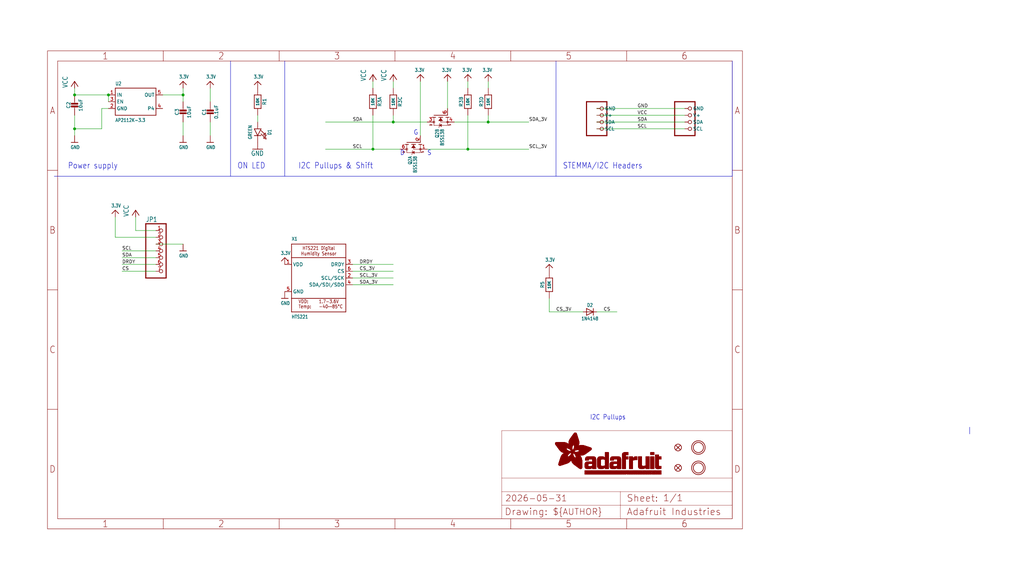
<source format=kicad_sch>
(kicad_sch (version 20230121) (generator eeschema)
  (paper "User" 383.616 217.322)
  (lib_symbols
    (symbol "working-eagle-import:3.3V" (power)
      (property "Value" "3.3V" (at -1.524 1.016 0))
      (symbol "3.3V_1_0"
        (pin power_in line (at 0 -2.54 90) (length 2.54) (name "3.3V") (number "1"))
      )
    )
    (symbol "working-eagle-import:CAP_CERAMIC0603_NO"
      (property "Reference" "C" (at -2.29 1.25 90))
      (symbol "CAP_CERAMIC0603_NO_1_0"
        (pin passive line (at 0 5.08 270) (length 2.54) (name "1") (number "1"))
        (pin passive line (at 0 -2.54 90) (length 2.54) (name "2") (number "2"))
      )
    )
    (symbol "working-eagle-import:CAP_CERAMIC0805-NOOUTLINE"
      (property "Reference" "C" (at -2.29 1.25 90))
      (symbol "CAP_CERAMIC0805-NOOUTLINE_1_0"
        (pin passive line (at 0 5.08 270) (length 2.54) (name "1") (number "1"))
        (pin passive line (at 0 -2.54 90) (length 2.54) (name "2") (number "2"))
      )
    )
    (symbol "working-eagle-import:DIODESOD-323"
      (property "Reference" "D" (at 0 2.54 0))
      (symbol "DIODESOD-323_1_0"
        (pin passive line (at -2.54 0 0) (length 2.54) (name "A") (number "A"))
        (pin passive line (at 2.54 0 180) (length 2.54) (name "C") (number "C"))
      )
    )
    (symbol "working-eagle-import:FIDUCIAL_1MM")
    (symbol "working-eagle-import:FRAME_A4_ADAFRUIT"
      (symbol "FRAME_A4_ADAFRUIT_1_0"
        (text "${#}/${##}" (at 230.505 10.16 0) (effects (font (size 2.54 2.54)) (justify left bottom)))
        (text "${AUTHOR}" (at 189.23 5.08 0) (effects (font (size 2.286 2.286)) (justify left bottom)))
        (text "${CURRENT_DATE}" (at 171.45 10.16 0) (effects (font (size 2.286 2.286)) (justify left bottom)))
        (text "${PROJECTNAME}" (at 171.45 15.24 0) (effects (font (size 2.54 2.54)) (justify left bottom)))
        (text "1" (at 21.6958 1.905 0) (effects (font (size 2.54 2.286))))
        (text "1" (at 21.6958 177.165 0) (effects (font (size 2.54 2.286))))
        (text "2" (at 65.0875 1.905 0) (effects (font (size 2.54 2.286))))
        (text "2" (at 65.0875 177.165 0) (effects (font (size 2.54 2.286))))
        (text "3" (at 108.4792 1.905 0) (effects (font (size 2.54 2.286))))
        (text "3" (at 108.4792 177.165 0) (effects (font (size 2.54 2.286))))
        (text "4" (at 151.8708 1.905 0) (effects (font (size 2.54 2.286))))
        (text "4" (at 151.8708 177.165 0) (effects (font (size 2.54 2.286))))
        (text "5" (at 195.2625 1.905 0) (effects (font (size 2.54 2.286))))
        (text "5" (at 195.2625 177.165 0) (effects (font (size 2.54 2.286))))
        (text "6" (at 238.6542 1.905 0) (effects (font (size 2.54 2.286))))
        (text "6" (at 238.6542 177.165 0) (effects (font (size 2.54 2.286))))
        (text "A" (at 1.905 156.6863 0) (effects (font (size 2.54 2.286))))
        (text "A" (at 258.445 156.6863 0) (effects (font (size 2.54 2.286))))
        (text "Adafruit Industries" (at 216.916 4.953 0) (effects (font (size 2.54 2.54)) (justify left bottom)))
        (text "B" (at 1.905 111.9188 0) (effects (font (size 2.54 2.286))))
        (text "B" (at 258.445 111.9188 0) (effects (font (size 2.54 2.286))))
        (text "C" (at 1.905 67.1513 0) (effects (font (size 2.54 2.286))))
        (text "C" (at 258.445 67.1513 0) (effects (font (size 2.54 2.286))))
        (text "D" (at 1.905 22.3838 0) (effects (font (size 2.54 2.286))))
        (text "D" (at 258.445 22.3838 0) (effects (font (size 2.54 2.286))))
        (text "Drawing:" (at 171.196 4.953 0) (effects (font (size 2.54 2.54)) (justify left bottom)))
        (text "Sheet:" (at 216.916 10.033 0) (effects (font (size 2.54 2.54)) (justify left bottom)))
      )
    )
    (symbol "working-eagle-import:GND" (power)
      (property "Value" "GND" (at -1.524 -2.54 0))
      (symbol "GND_1_0"
        (pin power_in line (at 0 2.54 270) (length 2.54) (name "GND") (number "1"))
      )
    )
    (symbol "working-eagle-import:HEADER-1X770MIL"
      (property "Reference" "JP" (at -6.35 10.795 0))
      (symbol "HEADER-1X770MIL_1_0"
        (pin passive inverted (at -2.54 7.62 0) (length 2.54) (name "1") (number "1"))
        (pin passive inverted (at -2.54 5.08 0) (length 2.54) (name "2") (number "2"))
        (pin passive inverted (at -2.54 2.54 0) (length 2.54) (name "3") (number "3"))
        (pin passive inverted (at -2.54 0 0) (length 2.54) (name "4") (number "4"))
        (pin passive inverted (at -2.54 -2.54 0) (length 2.54) (name "5") (number "5"))
        (pin passive inverted (at -2.54 -5.08 0) (length 2.54) (name "6") (number "6"))
        (pin passive inverted (at -2.54 -7.62 0) (length 2.54) (name "7") (number "7"))
      )
    )
    (symbol "working-eagle-import:HTS221"
      (property "Reference" "X" (at -10.16 13.97 0))
      (symbol "HTS221_1_0"
        (text "-40~~85°C" (at 0 -11.43 0) (effects (font (size 1.27 1.0795)) (justify left bottom)))
        (text "1.7-3.6V" (at 0 -9.525 0) (effects (font (size 1.27 1.0795)) (justify left bottom)))
        (text "HTS221 Digital\nHumidity Sensor" (at 0 10.16 0) (effects (font (size 1.27 1.0795))))
        (text "Temp:" (at -7.62 -11.43 0) (effects (font (size 1.27 1.0795)) (justify left bottom)))
        (text "VDD:" (at -7.62 -9.525 0) (effects (font (size 1.27 1.0795)) (justify left bottom)))
        (pin power_in line (at -12.7 5.08 0) (length 2.54) (name "VDD") (number "1"))
        (pin input line (at 12.7 0 180) (length 2.54) (name "SCL/SCK") (number "2"))
        (pin output line (at 12.7 5.08 180) (length 2.54) (name "DRDY") (number "3"))
        (pin output line (at 12.7 -2.54 180) (length 2.54) (name "SDA/SDI/SDO") (number "4"))
        (pin power_in line (at -12.7 -5.08 0) (length 2.54) (name "GND") (number "5"))
        (pin input line (at 12.7 2.54 180) (length 2.54) (name "CS") (number "6"))
      )
    )
    (symbol "working-eagle-import:LED0603_NOOUTLINE"
      (property "Reference" "D" (at -1.27 4.445 0))
      (symbol "LED0603_NOOUTLINE_1_0"
        (pin passive line (at -5.08 0 0) (length 2.54) (name "A") (number "A"))
        (pin passive line (at 2.54 0 180) (length 2.54) (name "C") (number "C"))
      )
    )
    (symbol "working-eagle-import:MOSFET-N_DUAL"
      (property "Reference" "Q" (at 5.08 0.635 0))
      (symbol "MOSFET-N_DUAL_1_0"
        (text "D" (at 3.175 3.175 0) (effects (font (size 0.8128 0.6908)) (justify left bottom)))
        (text "G" (at -1.27 -1.905 0) (effects (font (size 0.8128 0.6908)) (justify left bottom)))
        (text "S" (at 3.175 -3.81 0) (effects (font (size 0.8128 0.6908)) (justify left bottom)))
        (pin bidirectional line (at 2.54 -5.08 90) (length 2.54) (name "S") (number "1"))
        (pin bidirectional line (at -2.54 -2.54 0) (length 2.54) (name "G") (number "2"))
        (pin bidirectional line (at 2.54 5.08 270) (length 2.54) (name "D") (number "6"))
      )
      (symbol "MOSFET-N_DUAL_2_0"
        (text "D" (at 3.175 3.175 0) (effects (font (size 0.8128 0.6908)) (justify left bottom)))
        (text "G" (at -1.27 -1.905 0) (effects (font (size 0.8128 0.6908)) (justify left bottom)))
        (text "S" (at 3.175 -3.81 0) (effects (font (size 0.8128 0.6908)) (justify left bottom)))
        (pin bidirectional line (at 2.54 5.08 270) (length 2.54) (name "D") (number "3"))
        (pin bidirectional line (at 2.54 -5.08 90) (length 2.54) (name "S") (number "4"))
        (pin bidirectional line (at -2.54 -2.54 0) (length 2.54) (name "G") (number "5"))
      )
    )
    (symbol "working-eagle-import:MOUNTINGHOLE2.5")
    (symbol "working-eagle-import:RESISTOR_0603_NOOUT"
      (property "Reference" "R" (at 0 2.54 0))
      (symbol "RESISTOR_0603_NOOUT_1_0"
        (pin passive line (at -5.08 0 0) (length 2.54) (name "1") (number "1"))
        (pin passive line (at 5.08 0 180) (length 2.54) (name "2") (number "2"))
      )
    )
    (symbol "working-eagle-import:RESISTOR_4PACK"
      (property "Reference" "R" (at 0 2.54 0))
      (symbol "RESISTOR_4PACK_1_0"
        (pin passive line (at -5.08 0 0) (length 2.54) (name "1") (number "1"))
        (pin passive line (at 5.08 0 180) (length 2.54) (name "2") (number "8"))
      )
      (symbol "RESISTOR_4PACK_2_0"
        (pin passive line (at -5.08 0 0) (length 2.54) (name "1") (number "2"))
        (pin passive line (at 5.08 0 180) (length 2.54) (name "2") (number "7"))
      )
      (symbol "RESISTOR_4PACK_3_0"
        (pin passive line (at -5.08 0 0) (length 2.54) (name "1") (number "3"))
        (pin passive line (at 5.08 0 180) (length 2.54) (name "2") (number "6"))
      )
      (symbol "RESISTOR_4PACK_4_0"
        (pin passive line (at -5.08 0 0) (length 2.54) (name "1") (number "4"))
        (pin passive line (at 5.08 0 180) (length 2.54) (name "2") (number "5"))
      )
    )
    (symbol "working-eagle-import:STEMMA_I2C_QT"
      (symbol "STEMMA_I2C_QT_1_0"
        (pin passive inverted (at 0 5.08 0) (length 2.54) (name "GND") (number "1"))
        (pin passive inverted (at 0 2.54 0) (length 2.54) (name "V+") (number "2"))
        (pin passive inverted (at 0 0 0) (length 2.54) (name "SDA") (number "3"))
        (pin passive inverted (at 0 -2.54 0) (length 2.54) (name "SCL") (number "4"))
      )
      (symbol "STEMMA_I2C_QT_2_0"
        (pin bidirectional line (at 0 0 0) (length 5.08) (name "MT") (number "MT1"))
      )
      (symbol "STEMMA_I2C_QT_3_0"
        (pin bidirectional line (at 0 0 0) (length 5.08) (name "MT") (number "MT2"))
      )
    )
    (symbol "working-eagle-import:VCC" (power)
      (property "Value" "VCC" (at -2.54 -2.54 90))
      (symbol "VCC_1_0"
        (pin power_in line (at 0 -2.54 90) (length 2.54) (name "VCC") (number "1"))
      )
    )
    (symbol "working-eagle-import:VREG_SOT23-5"
      (property "Reference" "U" (at -7.62 6.096 0))
      (symbol "VREG_SOT23-5_1_0"
        (pin power_in line (at -10.16 2.54 0) (length 2.54) (name "IN") (number "1"))
        (pin power_in line (at -10.16 -2.54 0) (length 2.54) (name "GND") (number "2"))
        (pin input line (at -10.16 0 0) (length 2.54) (name "EN") (number "3"))
        (pin bidirectional line (at 10.16 -2.54 180) (length 2.54) (name "P4") (number "4"))
        (pin power_in line (at 10.16 2.54 180) (length 2.54) (name "OUT") (number "5"))
      )
    )
    (symbol "working-eagle-import:supply1_GND" (power)
      (property "Value" "supply1_GND" (at -2.54 -2.54 0))
      (symbol "supply1_GND_1_0"
        (pin power_in line (at 0 2.54 270) (length 2.54) (name "GND") (number "1"))
      )
    )
  )
  (junction (at 147.32 45.72))
  (junction (at 40.64 35.56))
  (junction (at 182.88 45.72))
  (junction (at 175.26 55.88))
  (junction (at 27.94 48.26))
  (junction (at 27.94 35.56))
  (junction (at 68.58 35.56))
  (junction (at 139.7 55.88))
  (wire (pts (xy 58.42 96.52) (xy 45.72 96.52)) (stroke (width 0.1524)))
  (wire (pts (xy 38.1 40.64) (xy 38.1 48.26)) (stroke (width 0.1524)))
  (wire (pts (xy 40.64 35.56) (xy 27.94 35.56)) (stroke (width 0.1524)))
  (wire (pts (xy 27.94 48.26) (xy 27.94 50.8)) (stroke (width 0.1524)))
  (wire (pts (xy 175.26 43.18) (xy 175.26 55.88)) (stroke (width 0.1524)))
  (wire (pts (xy 58.42 86.36) (xy 50.8 86.36)) (stroke (width 0.1524)))
  (wire (pts (xy 40.64 40.64) (xy 38.1 40.64)) (stroke (width 0.1524)))
  (wire (pts (xy 58.42 101.6) (xy 45.72 101.6)) (stroke (width 0.1524)))
  (wire (pts (xy 78.74 45.72) (xy 78.74 50.8)) (stroke (width 0.1524)))
  (wire (pts (xy 139.7 43.18) (xy 139.7 55.88)) (stroke (width 0.1524)))
  (wire (pts (xy 60.96 35.56) (xy 68.58 35.56)) (stroke (width 0.1524)))
  (wire (pts (xy 68.58 35.56) (xy 68.58 38.1)) (stroke (width 0.1524)))
  (wire (pts (xy 256.54 40.64) (xy 223.52 40.64)) (stroke (width 0.1524)))
  (wire (pts (xy 68.58 45.72) (xy 68.58 50.8)) (stroke (width 0.1524)))
  (polyline (pts (xy 106.68 22.86) (xy 106.68 66.04)) (stroke (width 0.1524) (type solid)))
  (wire (pts (xy 157.48 50.8) (xy 157.48 30.48)) (stroke (width 0.1524)))
  (polyline (pts (xy 274.32 22.86) (xy 274.32 66.04)) (stroke (width 0.1524) (type solid)))
  (wire (pts (xy 27.94 48.26) (xy 27.94 43.18)) (stroke (width 0.1524)))
  (polyline (pts (xy 208.28 22.86) (xy 208.28 66.04)) (stroke (width 0.1524) (type solid)))
  (wire (pts (xy 147.32 33.02) (xy 147.32 30.48)) (stroke (width 0.1524)))
  (wire (pts (xy 132.08 101.6) (xy 147.32 101.6)) (stroke (width 0.1524)))
  (wire (pts (xy 167.64 40.64) (xy 167.64 30.48)) (stroke (width 0.1524)))
  (wire (pts (xy 58.42 99.06) (xy 45.72 99.06)) (stroke (width 0.1524)))
  (wire (pts (xy 149.86 55.88) (xy 139.7 55.88)) (stroke (width 0.1524)))
  (wire (pts (xy 182.88 45.72) (xy 198.12 45.72)) (stroke (width 0.1524)))
  (wire (pts (xy 132.08 99.06) (xy 147.32 99.06)) (stroke (width 0.1524)))
  (wire (pts (xy 40.64 38.1) (xy 40.64 35.56)) (stroke (width 0.1524)))
  (wire (pts (xy 147.32 43.18) (xy 147.32 45.72)) (stroke (width 0.1524)))
  (wire (pts (xy 38.1 48.26) (xy 27.94 48.26)) (stroke (width 0.1524)))
  (wire (pts (xy 58.42 91.44) (xy 68.58 91.44)) (stroke (width 0.1524)))
  (wire (pts (xy 223.52 116.84) (xy 231.14 116.84)) (stroke (width 0.1524)))
  (wire (pts (xy 175.26 55.88) (xy 198.12 55.88)) (stroke (width 0.1524)))
  (wire (pts (xy 218.44 116.84) (xy 205.74 116.84)) (stroke (width 0.1524)))
  (wire (pts (xy 78.74 33.02) (xy 78.74 38.1)) (stroke (width 0.1524)))
  (wire (pts (xy 50.8 86.36) (xy 50.8 81.28)) (stroke (width 0.1524)))
  (wire (pts (xy 223.52 48.26) (xy 256.54 48.26)) (stroke (width 0.1524)))
  (wire (pts (xy 147.32 106.68) (xy 132.08 106.68)) (stroke (width 0.1524)))
  (wire (pts (xy 139.7 55.88) (xy 121.92 55.88)) (stroke (width 0.1524)))
  (wire (pts (xy 147.32 45.72) (xy 121.92 45.72)) (stroke (width 0.1524)))
  (wire (pts (xy 58.42 88.9) (xy 43.18 88.9)) (stroke (width 0.1524)))
  (polyline (pts (xy 363.22 162.56) (xy 363.22 160.02)) (stroke (width 0.1524) (type solid)))
  (wire (pts (xy 132.08 104.14) (xy 147.32 104.14)) (stroke (width 0.1524)))
  (wire (pts (xy 68.58 35.56) (xy 68.58 33.02)) (stroke (width 0.1524)))
  (wire (pts (xy 256.54 45.72) (xy 223.52 45.72)) (stroke (width 0.1524)))
  (polyline (pts (xy 20.32 66.04) (xy 86.36 66.04)) (stroke (width 0.1524) (type solid)))
  (wire (pts (xy 205.74 116.84) (xy 205.74 111.76)) (stroke (width 0.1524)))
  (polyline (pts (xy 106.68 66.04) (xy 208.28 66.04)) (stroke (width 0.1524) (type solid)))
  (wire (pts (xy 43.18 88.9) (xy 43.18 81.28)) (stroke (width 0.1524)))
  (wire (pts (xy 160.02 55.88) (xy 175.26 55.88)) (stroke (width 0.1524)))
  (wire (pts (xy 170.18 45.72) (xy 182.88 45.72)) (stroke (width 0.1524)))
  (wire (pts (xy 27.94 33.02) (xy 27.94 35.56)) (stroke (width 0.1524)))
  (polyline (pts (xy 208.28 66.04) (xy 274.32 66.04)) (stroke (width 0.1524) (type solid)))
  (wire (pts (xy 182.88 33.02) (xy 182.88 30.48)) (stroke (width 0.1524)))
  (wire (pts (xy 96.52 45.72) (xy 96.52 43.18)) (stroke (width 0.1524)))
  (polyline (pts (xy 86.36 66.04) (xy 106.68 66.04)) (stroke (width 0.1524) (type solid)))
  (wire (pts (xy 160.02 45.72) (xy 147.32 45.72)) (stroke (width 0.1524)))
  (polyline (pts (xy 86.36 22.86) (xy 86.36 66.04)) (stroke (width 0.1524) (type solid)))
  (wire (pts (xy 139.7 30.48) (xy 139.7 33.02)) (stroke (width 0.1524)))
  (wire (pts (xy 223.52 43.18) (xy 256.54 43.18)) (stroke (width 0.1524)))
  (wire (pts (xy 58.42 93.98) (xy 45.72 93.98)) (stroke (width 0.1524)))
  (wire (pts (xy 182.88 43.18) (xy 182.88 45.72)) (stroke (width 0.1524)))
  (wire (pts (xy 175.26 33.02) (xy 175.26 30.48)) (stroke (width 0.1524)))
  (text "STEMMA/I2C Headers" (at 210.82 63.5 0) (effects (font (size 2.1844 1.8567)) (justify left bottom)))
  (text "Power supply" (at 25.4 63.5 0) (effects (font (size 2.1844 1.8567)) (justify left bottom)))
  (text "G" (at 154.94 50.8 0) (effects (font (size 1.778 1.5113)) (justify left bottom)))
  (text "ON LED" (at 88.9 63.5 0) (effects (font (size 2.1844 1.8567)) (justify left bottom)))
  (text "D" (at 149.86 58.42 0) (effects (font (size 1.778 1.5113)) (justify left bottom)))
  (text "S" (at 160.02 58.42 0) (effects (font (size 1.778 1.5113)) (justify left bottom)))
  (text "I2C Pullups" (at 220.98 157.48 0) (effects (font (size 1.778 1.5113)) (justify left bottom)))
  (text "I2C Pullups & Shift" (at 111.76 63.5 0) (effects (font (size 2.1844 1.8567)) (justify left bottom)))
  (label "SCL_3V" (at 198.12 55.88 0) (effects (font (size 1.2446 1.2446))))
  (label "SDA" (at 132.08 45.72 0) (effects (font (size 1.2446 1.2446))))
  (label "SCL_3V" (at 134.62 104.14 0) (effects (font (size 1.2446 1.2446))))
  (label "SDA_3V" (at 198.12 45.72 0) (effects (font (size 1.2446 1.2446))))
  (label "SCL" (at 45.72 93.98 0) (effects (font (size 1.2446 1.2446))))
  (label "DRDY" (at 45.72 99.06 0) (effects (font (size 1.2446 1.2446))))
  (label "SDA_3V" (at 134.62 106.68 0) (effects (font (size 1.2446 1.2446))))
  (label "SCL" (at 238.76 48.26 0) (effects (font (size 1.2446 1.2446))))
  (label "VCC" (at 238.76 43.18 0) (effects (font (size 1.2446 1.2446))))
  (label "CS" (at 226.06 116.84 0) (effects (font (size 1.2446 1.2446))))
  (label "GND" (at 238.76 40.64 0) (effects (font (size 1.2446 1.2446))))
  (label "DRDY" (at 134.62 99.06 0) (effects (font (size 1.2446 1.2446))))
  (label "SDA" (at 238.76 45.72 0) (effects (font (size 1.2446 1.2446))))
  (label "CS_3V" (at 134.62 101.6 0) (effects (font (size 1.2446 1.2446))))
  (label "SDA" (at 45.72 96.52 0) (effects (font (size 1.2446 1.2446))))
  (label "CS_3V" (at 208.28 116.84 0) (effects (font (size 1.2446 1.2446))))
  (label "CS" (at 45.72 101.6 0) (effects (font (size 1.2446 1.2446))))
  (label "SCL" (at 132.08 55.88 0) (effects (font (size 1.2446 1.2446))))
  (symbol (lib_id "working-eagle-import:STEMMA_I2C_QT") (at 223.52 45.72 0) (unit 1)
    (property "Reference" "CONN3" (effects hide))
    (property "Value" "STEMMA_I2C_QT" (effects hide))
    (property "Footprint" "working:JST_SH4" (effects hide))
  )
  (symbol (lib_id "working-eagle-import:VCC") (at 27.94 30.48 0) (unit 1)
    (property "Reference" "#P+3" (effects hide))
    (property "Value" "VCC" (at 25.4 33.02 90) (effects (font (size 1.778 1.5113)) (justify left bottom)))
  )
  (symbol (lib_id "working-eagle-import:3.3V") (at 157.48 27.94 0) (mirror y) (unit 1)
    (property "Reference" "#U$26" (effects hide))
    (property "Value" "3.3V" (at 159.004 26.924 0) (effects (font (size 1.27 1.0795)) (justify left bottom)))
  )
  (symbol (lib_id "working-eagle-import:RESISTOR_4PACK") (at 182.88 38.1 90) (mirror x) (unit 4)
    (property "Reference" "R3" (at 180.34 38.1 0))
    (property "Value" "10K" (at 182.88 38.1 0) (effects (font (size 1.016 1.016) bold)))
    (property "Footprint" "working:RESPACK_4X0603" (effects hide))
  )
  (symbol (lib_id "working-eagle-import:GND") (at 78.74 53.34 0) (unit 1)
    (property "Reference" "#U$6" (effects hide))
    (property "Value" "GND" (at 77.216 55.88 0) (effects (font (size 1.27 1.0795)) (justify left bottom)))
  )
  (symbol (lib_id "working-eagle-import:supply1_GND") (at 96.52 55.88 0) (unit 1)
    (property "Reference" "#GND6" (effects hide))
    (property "Value" "GND" (at 93.98 58.42 0) (effects (font (size 1.778 1.5113)) (justify left bottom)))
  )
  (symbol (lib_id "working-eagle-import:VREG_SOT23-5") (at 50.8 38.1 0) (unit 1)
    (property "Reference" "U2" (at 43.18 32.004 0) (effects (font (size 1.27 1.0795)) (justify left bottom)))
    (property "Value" "AP2112K-3.3" (at 43.18 45.72 0) (effects (font (size 1.27 1.0795)) (justify left bottom)))
    (property "Footprint" "working:SOT23-5" (effects hide))
  )
  (symbol (lib_id "working-eagle-import:RESISTOR_0603_NOOUT") (at 205.74 106.68 90) (unit 1)
    (property "Reference" "R5" (at 203.2 106.68 0))
    (property "Value" "10K" (at 205.74 106.68 0) (effects (font (size 1.016 1.016) bold)))
    (property "Footprint" "working:0603-NO" (effects hide))
  )
  (symbol (lib_id "working-eagle-import:FIDUCIAL_1MM") (at 254 167.64 0) (unit 1)
    (property "Reference" "FID4" (effects hide))
    (property "Value" "FIDUCIAL_1MM" (effects hide))
    (property "Footprint" "working:FIDUCIAL_1MM" (effects hide))
  )
  (symbol (lib_id "working-eagle-import:VCC") (at 50.8 78.74 0) (unit 1)
    (property "Reference" "#P+4" (effects hide))
    (property "Value" "VCC" (at 48.26 81.28 90) (effects (font (size 1.778 1.5113)) (justify left bottom)))
  )
  (symbol (lib_id "working-eagle-import:LED0603_NOOUTLINE") (at 96.52 50.8 270) (unit 1)
    (property "Reference" "D1" (at 100.965 49.53 0) (effects (font (size 1.27 1.0795))))
    (property "Value" "GREEN" (at 93.726 49.53 0) (effects (font (size 1.27 1.0795))))
    (property "Footprint" "working:CHIPLED_0603_NOOUTLINE" (effects hide))
  )
  (symbol (lib_id "working-eagle-import:MOSFET-N_DUAL") (at 154.94 53.34 90) (mirror x) (unit 1)
    (property "Reference" "Q2" (at 154.305 58.42 0) (effects (font (size 1.27 1.0795)) (justify left bottom)))
    (property "Value" "BSS138" (at 156.21 58.42 0) (effects (font (size 1.27 1.0795)) (justify left bottom)))
    (property "Footprint" "working:SOT363" (effects hide))
  )
  (symbol (lib_id "working-eagle-import:CAP_CERAMIC0805-NOOUTLINE") (at 27.94 40.64 0) (unit 1)
    (property "Reference" "C2" (at 25.65 39.39 90))
    (property "Value" "10uF" (at 30.24 39.39 90))
    (property "Footprint" "working:0805-NO" (effects hide))
  )
  (symbol (lib_id "working-eagle-import:3.3V") (at 96.52 30.48 0) (unit 1)
    (property "Reference" "#U$3" (effects hide))
    (property "Value" "3.3V" (at 94.996 29.464 0) (effects (font (size 1.27 1.0795)) (justify left bottom)))
  )
  (symbol (lib_id "working-eagle-import:FRAME_A4_ADAFRUIT") (at 17.78 198.12 0) (unit 1)
    (property "Reference" "#U$18" (effects hide))
    (property "Value" "FRAME_A4_ADAFRUIT" (effects hide))
  )
  (symbol (lib_id "working-eagle-import:3.3V") (at 205.74 99.06 0) (unit 1)
    (property "Reference" "#U$42" (effects hide))
    (property "Value" "3.3V" (at 204.216 98.044 0) (effects (font (size 1.27 1.0795)) (justify left bottom)))
  )
  (symbol (lib_id "working-eagle-import:FIDUCIAL_1MM") (at 254 175.26 0) (unit 1)
    (property "Reference" "FID3" (effects hide))
    (property "Value" "FIDUCIAL_1MM" (effects hide))
    (property "Footprint" "working:FIDUCIAL_1MM" (effects hide))
  )
  (symbol (lib_id "working-eagle-import:DIODESOD-323") (at 220.98 116.84 0) (unit 1)
    (property "Reference" "D2" (at 220.98 114.3 0) (effects (font (size 1.27 1.0795))))
    (property "Value" "1N4148" (at 220.98 119.34 0) (effects (font (size 1.27 1.0795))))
    (property "Footprint" "working:SOD-323" (effects hide))
  )
  (symbol (lib_id "working-eagle-import:VCC") (at 147.32 27.94 0) (unit 1)
    (property "Reference" "#P+2" (effects hide))
    (property "Value" "VCC" (at 144.78 30.48 90) (effects (font (size 1.778 1.5113)) (justify left bottom)))
  )
  (symbol (lib_id "working-eagle-import:3.3V") (at 106.68 96.52 0) (unit 1)
    (property "Reference" "#U$2" (effects hide))
    (property "Value" "3.3V" (at 105.156 95.504 0) (effects (font (size 1.27 1.0795)) (justify left bottom)))
  )
  (symbol (lib_id "working-eagle-import:MOUNTINGHOLE2.5") (at 261.62 175.26 0) (unit 1)
    (property "Reference" "U$1" (effects hide))
    (property "Value" "MOUNTINGHOLE2.5" (effects hide))
    (property "Footprint" "working:MOUNTINGHOLE_2.5_PLATED" (effects hide))
  )
  (symbol (lib_id "working-eagle-import:MOSFET-N_DUAL") (at 165.1 43.18 90) (mirror x) (unit 2)
    (property "Reference" "Q2" (at 164.465 48.26 0) (effects (font (size 1.27 1.0795)) (justify left bottom)))
    (property "Value" "BSS138" (at 166.37 48.26 0) (effects (font (size 1.27 1.0795)) (justify left bottom)))
    (property "Footprint" "working:SOT363" (effects hide))
  )
  (symbol (lib_id "working-eagle-import:3.3V") (at 43.18 78.74 0) (unit 1)
    (property "Reference" "#U$16" (effects hide))
    (property "Value" "3.3V" (at 41.656 77.724 0) (effects (font (size 1.27 1.0795)) (justify left bottom)))
  )
  (symbol (lib_id "working-eagle-import:GND") (at 68.58 93.98 0) (unit 1)
    (property "Reference" "#U$10" (effects hide))
    (property "Value" "GND" (at 67.056 96.52 0) (effects (font (size 1.27 1.0795)) (justify left bottom)))
  )
  (symbol (lib_id "working-eagle-import:GND") (at 68.58 53.34 0) (unit 1)
    (property "Reference" "#U$5" (effects hide))
    (property "Value" "GND" (at 67.056 55.88 0) (effects (font (size 1.27 1.0795)) (justify left bottom)))
  )
  (symbol (lib_id "working-eagle-import:VCC") (at 139.7 27.94 0) (unit 1)
    (property "Reference" "#P+1" (effects hide))
    (property "Value" "VCC" (at 137.16 30.48 90) (effects (font (size 1.778 1.5113)) (justify left bottom)))
  )
  (symbol (lib_id "working-eagle-import:HEADER-1X770MIL") (at 60.96 93.98 0) (unit 1)
    (property "Reference" "JP1" (at 54.61 83.185 0) (effects (font (size 1.778 1.5113)) (justify left bottom)))
    (property "Value" "HEADER-1X770MIL" (effects hide))
    (property "Footprint" "working:1X07_ROUND_70" (effects hide))
  )
  (symbol (lib_id "working-eagle-import:GND") (at 106.68 111.76 0) (unit 1)
    (property "Reference" "#U$11" (effects hide))
    (property "Value" "GND" (at 105.156 114.3 0) (effects (font (size 1.27 1.0795)) (justify left bottom)))
  )
  (symbol (lib_id "working-eagle-import:HTS221") (at 119.38 104.14 0) (unit 1)
    (property "Reference" "X1" (at 109.22 90.17 0) (effects (font (size 1.27 1.0795)) (justify left bottom)))
    (property "Value" "HTS221" (at 109.22 119.38 0) (effects (font (size 1.27 1.0795)) (justify left bottom)))
    (property "Footprint" "working:HLGA-6L" (effects hide))
  )
  (symbol (lib_id "working-eagle-import:RESISTOR_0603_NOOUT") (at 96.52 38.1 270) (unit 1)
    (property "Reference" "R1" (at 99.06 38.1 0))
    (property "Value" "10K" (at 96.52 38.1 0) (effects (font (size 1.016 1.016) bold)))
    (property "Footprint" "working:0603-NO" (effects hide))
  )
  (symbol (lib_id "working-eagle-import:3.3V") (at 182.88 27.94 0) (mirror y) (unit 1)
    (property "Reference" "#U$7" (effects hide))
    (property "Value" "3.3V" (at 184.404 26.924 0) (effects (font (size 1.27 1.0795)) (justify left bottom)))
  )
  (symbol (lib_id "working-eagle-import:3.3V") (at 78.74 30.48 0) (unit 1)
    (property "Reference" "#U$14" (effects hide))
    (property "Value" "3.3V" (at 77.216 29.464 0) (effects (font (size 1.27 1.0795)) (justify left bottom)))
  )
  (symbol (lib_id "working-eagle-import:STEMMA_I2C_QT") (at 256.54 45.72 0) (unit 1)
    (property "Reference" "CONN4" (effects hide))
    (property "Value" "STEMMA_I2C_QT" (effects hide))
    (property "Footprint" "working:JST_SH4" (effects hide))
  )
  (symbol (lib_id "working-eagle-import:RESISTOR_4PACK") (at 147.32 38.1 270) (unit 3)
    (property "Reference" "R3" (at 149.86 38.1 0))
    (property "Value" "10K" (at 147.32 38.1 0) (effects (font (size 1.016 1.016) bold)))
    (property "Footprint" "working:RESPACK_4X0603" (effects hide))
  )
  (symbol (lib_id "working-eagle-import:3.3V") (at 175.26 27.94 0) (mirror y) (unit 1)
    (property "Reference" "#U$24" (effects hide))
    (property "Value" "3.3V" (at 176.784 26.924 0) (effects (font (size 1.27 1.0795)) (justify left bottom)))
  )
  (symbol (lib_id "working-eagle-import:CAP_CERAMIC0603_NO") (at 78.74 43.18 0) (unit 1)
    (property "Reference" "C1" (at 76.45 41.93 90))
    (property "Value" "0.1uF" (at 81.04 41.93 90))
    (property "Footprint" "working:0603-NO" (effects hide))
  )
  (symbol (lib_id "working-eagle-import:RESISTOR_4PACK") (at 175.26 38.1 90) (mirror x) (unit 2)
    (property "Reference" "R3" (at 172.72 38.1 0))
    (property "Value" "10K" (at 175.26 38.1 0) (effects (font (size 1.016 1.016) bold)))
    (property "Footprint" "working:RESPACK_4X0603" (effects hide))
  )
  (symbol (lib_id "working-eagle-import:MOUNTINGHOLE2.5") (at 261.62 167.64 0) (unit 1)
    (property "Reference" "U$17" (effects hide))
    (property "Value" "MOUNTINGHOLE2.5" (effects hide))
    (property "Footprint" "working:MOUNTINGHOLE_2.5_PLATED" (effects hide))
  )
  (symbol (lib_id "working-eagle-import:RESISTOR_4PACK") (at 139.7 38.1 270) (unit 1)
    (property "Reference" "R3" (at 142.24 38.1 0))
    (property "Value" "10K" (at 139.7 38.1 0) (effects (font (size 1.016 1.016) bold)))
    (property "Footprint" "working:RESPACK_4X0603" (effects hide))
  )
  (symbol (lib_id "working-eagle-import:3.3V") (at 167.64 27.94 0) (mirror y) (unit 1)
    (property "Reference" "#U$23" (effects hide))
    (property "Value" "3.3V" (at 169.164 26.924 0) (effects (font (size 1.27 1.0795)) (justify left bottom)))
  )
  (symbol (lib_id "working-eagle-import:GND") (at 27.94 53.34 0) (unit 1)
    (property "Reference" "#U$13" (effects hide))
    (property "Value" "GND" (at 26.416 55.88 0) (effects (font (size 1.27 1.0795)) (justify left bottom)))
  )
  (symbol (lib_id "working-eagle-import:CAP_CERAMIC0805-NOOUTLINE") (at 68.58 43.18 0) (unit 1)
    (property "Reference" "C3" (at 66.29 41.93 90))
    (property "Value" "10uF" (at 70.88 41.93 90))
    (property "Footprint" "working:0805-NO" (effects hide))
  )
  (symbol (lib_id "working-eagle-import:3.3V") (at 68.58 30.48 0) (unit 1)
    (property "Reference" "#U$15" (effects hide))
    (property "Value" "3.3V" (at 67.056 29.464 0) (effects (font (size 1.27 1.0795)) (justify left bottom)))
  )
)
</source>
